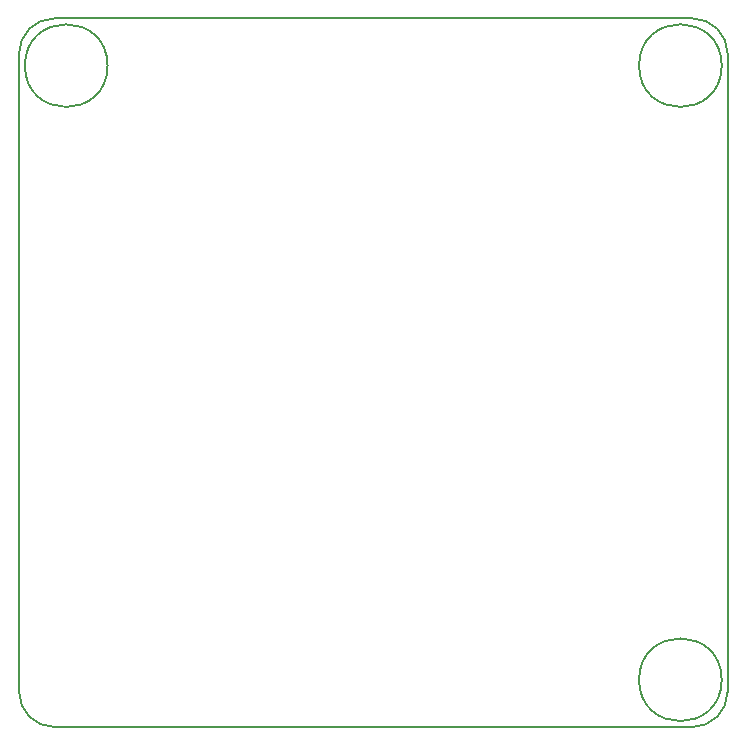
<source format=gbr>
%TF.GenerationSoftware,KiCad,Pcbnew,(5.0.1-3-g963ef8bb5)*%
%TF.CreationDate,2020-02-23T21:28:54+01:00*%
%TF.ProjectId,ethersweep,657468657273776565702E6B69636164,rev?*%
%TF.SameCoordinates,Original*%
%TF.FileFunction,Other,Comment*%
%FSLAX46Y46*%
G04 Gerber Fmt 4.6, Leading zero omitted, Abs format (unit mm)*
G04 Created by KiCad (PCBNEW (5.0.1-3-g963ef8bb5)) date 2020 February 23, Sunday 21:28:54*
%MOMM*%
%LPD*%
G01*
G04 APERTURE LIST*
%ADD10C,0.150000*%
%ADD11C,0.200000*%
G04 APERTURE END LIST*
D10*
X84500000Y-72500000D02*
G75*
G02X87500000Y-69500000I3000000J0D01*
G01*
X87500000Y-129500000D02*
G75*
G02X84500000Y-126500000I0J3000000D01*
G01*
X144500000Y-126500000D02*
G75*
G02X141500000Y-129500000I-3000000J0D01*
G01*
X141500000Y-69500000D02*
G75*
G02X144500000Y-72500000I0J-3000000D01*
G01*
D11*
X84500000Y-126500000D02*
X84500000Y-72500000D01*
X141500000Y-129500000D02*
X87500000Y-129500000D01*
X144500000Y-72500000D02*
X144500000Y-126500000D01*
X87500000Y-69500000D02*
X141500000Y-69500000D01*
D10*
X144000000Y-73500000D02*
G75*
G03X144000000Y-73500000I-3500000J0D01*
G01*
X144000000Y-125500000D02*
G75*
G03X144000000Y-125500000I-3500000J0D01*
G01*
X92000000Y-73500000D02*
G75*
G03X92000000Y-73500000I-3500000J0D01*
G01*
M02*

</source>
